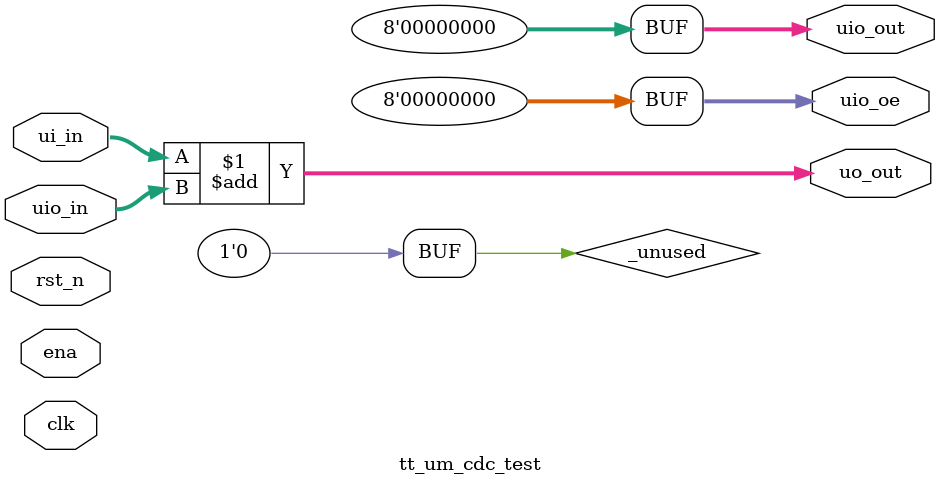
<source format=v>
/*
 * Copyright (c) 2024 Nicklaus Thompson
 * SPDX-License-Identifier: Apache-2.0
 */

`default_nettype none

module tt_um_cdc_test (
    input  wire [7:0] ui_in,    // Dedicated inputs
    output wire [7:0] uo_out,   // Dedicated outputs
    input  wire [7:0] uio_in,   // IOs: Input path
    output wire [7:0] uio_out,  // IOs: Output path
    output wire [7:0] uio_oe,   // IOs: Enable path (active high: 0=input, 1=output)
    input  wire       ena,      // always 1 when the design is powered, so you can ignore it
    input  wire       clk,      // clock
    input  wire       rst_n     // reset_n - low to reset
);

  // All output pins must be assigned. If not used, assign to 0.
  assign uo_out  = ui_in + uio_in;  // Example: ou_out is the sum of ui_in and uio_in
  assign uio_out = 0;
  assign uio_oe  = 0;

  // List all unused inputs to prevent warnings
  wire _unused = &{ena, clk, rst_n, 1'b0};

endmodule

</source>
